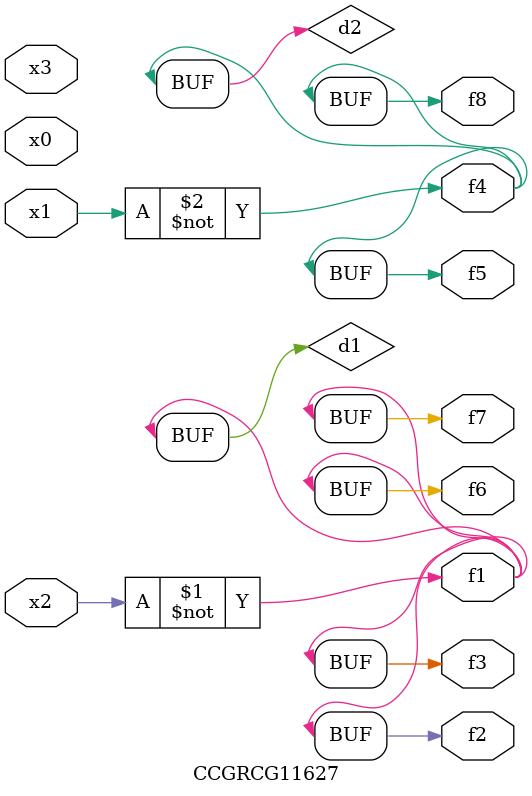
<source format=v>
module CCGRCG11627(
	input x0, x1, x2, x3,
	output f1, f2, f3, f4, f5, f6, f7, f8
);

	wire d1, d2;

	xnor (d1, x2);
	not (d2, x1);
	assign f1 = d1;
	assign f2 = d1;
	assign f3 = d1;
	assign f4 = d2;
	assign f5 = d2;
	assign f6 = d1;
	assign f7 = d1;
	assign f8 = d2;
endmodule

</source>
